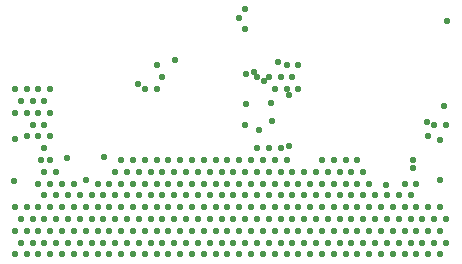
<source format=gbr>
%TF.GenerationSoftware,Altium Limited,Altium Designer,24.7.2 (38)*%
G04 Layer_Color=16711935*
%FSLAX45Y45*%
%MOMM*%
%TF.SameCoordinates,665F1D1F-C803-44D7-9F74-9D0A5895F251*%
%TF.FilePolarity,Negative*%
%TF.FileFunction,Soldermask,Bot*%
%TF.Part,Single*%
G01*
G75*
%TA.AperFunction,ViaPad*%
%ADD35C,0.55320*%
D35*
X10270000Y4757500D02*
D03*
X8645000Y4520000D02*
D03*
X8957500Y4522500D02*
D03*
X11850006Y4800003D02*
D03*
X11800006Y4100002D02*
D03*
X11850006Y4000002D02*
D03*
X11800006Y3900002D02*
D03*
X11850006Y3800002D02*
D03*
X11800006Y3700002D02*
D03*
X11750006Y4800003D02*
D03*
X11700006Y4700003D02*
D03*
Y4100002D02*
D03*
X11750006Y4000002D02*
D03*
X11700006Y3900002D02*
D03*
X11750006Y3800002D02*
D03*
X11700006Y3700002D02*
D03*
X11600006Y4300002D02*
D03*
Y4100002D02*
D03*
X11650006Y4000002D02*
D03*
X11600006Y3900002D02*
D03*
X11650006Y3800002D02*
D03*
X11600006Y3700002D02*
D03*
X11500006Y4300002D02*
D03*
X11550006Y4200002D02*
D03*
X11500006Y4100002D02*
D03*
X11550006Y4000002D02*
D03*
X11500006Y3900002D02*
D03*
X11550006Y3800002D02*
D03*
X11500006Y3700002D02*
D03*
X11450006Y4200002D02*
D03*
X11400006Y4100002D02*
D03*
X11450006Y4000002D02*
D03*
X11400006Y3900002D02*
D03*
X11450006Y3800002D02*
D03*
X11400006Y3700002D02*
D03*
X11350006Y4200002D02*
D03*
X11300006Y4100002D02*
D03*
X11350006Y4000002D02*
D03*
X11300006Y3900002D02*
D03*
X11350006Y3800002D02*
D03*
X11300006Y3700002D02*
D03*
X11200006Y4300002D02*
D03*
X11250006Y4200002D02*
D03*
X11200006Y4100002D02*
D03*
X11250006Y4000002D02*
D03*
X11200006Y3900002D02*
D03*
X11250006Y3800002D02*
D03*
X11200006Y3700002D02*
D03*
X11100006Y4500002D02*
D03*
X11150006Y4400002D02*
D03*
X11100006Y4300002D02*
D03*
X11150006Y4200002D02*
D03*
X11100006Y4100002D02*
D03*
X11150006Y4000002D02*
D03*
X11100006Y3900002D02*
D03*
X11150006Y3800002D02*
D03*
X11100006Y3700002D02*
D03*
X11000006Y4500002D02*
D03*
X11050006Y4400002D02*
D03*
X11000006Y4300002D02*
D03*
X11050006Y4200002D02*
D03*
X11000006Y4100002D02*
D03*
X11050006Y4000002D02*
D03*
X11000006Y3900002D02*
D03*
X11050006Y3800002D02*
D03*
X11000006Y3700002D02*
D03*
X10900006Y4500002D02*
D03*
X10950006Y4400002D02*
D03*
X10900006Y4300002D02*
D03*
X10950006Y4200002D02*
D03*
X10900006Y4100002D02*
D03*
X10950006Y4000002D02*
D03*
X10900006Y3900002D02*
D03*
X10950006Y3800002D02*
D03*
X10900006Y3700002D02*
D03*
X10800006Y4500002D02*
D03*
X10850006Y4400002D02*
D03*
X10800006Y4300002D02*
D03*
X10850006Y4200002D02*
D03*
X10800006Y4100002D02*
D03*
X10850006Y4000002D02*
D03*
X10800006Y3900002D02*
D03*
X10850006Y3800002D02*
D03*
X10800006Y3700002D02*
D03*
X10750006Y4400002D02*
D03*
X10700006Y4300002D02*
D03*
X10750006Y4200002D02*
D03*
X10700006Y4100002D02*
D03*
X10750006Y4000002D02*
D03*
X10700006Y3900002D02*
D03*
X10750006Y3800002D02*
D03*
X10700006Y3700002D02*
D03*
X10600006Y5300003D02*
D03*
Y5100003D02*
D03*
X10650006Y4400002D02*
D03*
X10600006Y4300002D02*
D03*
X10650006Y4200002D02*
D03*
X10600006Y4100002D02*
D03*
X10650006Y4000002D02*
D03*
X10600006Y3900002D02*
D03*
X10650006Y3800002D02*
D03*
X10600006Y3700002D02*
D03*
X10500006Y5300003D02*
D03*
X10550006Y5200003D02*
D03*
X10500006Y5100003D02*
D03*
Y4500002D02*
D03*
X10550006Y4400002D02*
D03*
X10500006Y4300002D02*
D03*
X10550006Y4200002D02*
D03*
X10500006Y4100002D02*
D03*
X10550006Y4000002D02*
D03*
X10500006Y3900002D02*
D03*
X10550006Y3800002D02*
D03*
X10500006Y3700002D02*
D03*
X10450006Y5200003D02*
D03*
X10400006Y5100003D02*
D03*
X10450006Y4600002D02*
D03*
X10400006Y4500002D02*
D03*
X10450006Y4400002D02*
D03*
X10400006Y4300002D02*
D03*
X10450006Y4200002D02*
D03*
X10400006Y4100002D02*
D03*
X10450006Y4000002D02*
D03*
X10400006Y3900002D02*
D03*
X10450006Y3800002D02*
D03*
X10400006Y3700002D02*
D03*
X10350005Y5200003D02*
D03*
Y4600002D02*
D03*
X10300006Y4500002D02*
D03*
X10350005Y4400002D02*
D03*
X10300006Y4300002D02*
D03*
X10350005Y4200002D02*
D03*
X10300006Y4100002D02*
D03*
X10350005Y4000002D02*
D03*
X10300006Y3900002D02*
D03*
X10350005Y3800002D02*
D03*
X10300006Y3700002D02*
D03*
X10250005Y5200003D02*
D03*
Y4600002D02*
D03*
X10200006Y4500002D02*
D03*
X10250005Y4400002D02*
D03*
X10200006Y4300002D02*
D03*
X10250005Y4200002D02*
D03*
X10200006Y4100002D02*
D03*
X10250005Y4000002D02*
D03*
X10200006Y3900002D02*
D03*
X10250005Y3800002D02*
D03*
X10200006Y3700002D02*
D03*
X10100005Y5700003D02*
D03*
X10150005Y4800003D02*
D03*
X10100005Y4500002D02*
D03*
X10150005Y4400002D02*
D03*
X10100005Y4300002D02*
D03*
X10150005Y4200002D02*
D03*
X10100005Y4100002D02*
D03*
X10150005Y4000002D02*
D03*
X10100005Y3900002D02*
D03*
X10150005Y3800002D02*
D03*
X10100005Y3700002D02*
D03*
X10000005Y4500002D02*
D03*
X10050005Y4400002D02*
D03*
X10000005Y4300002D02*
D03*
X10050005Y4200002D02*
D03*
X10000005Y4100002D02*
D03*
X10050005Y4000002D02*
D03*
X10000005Y3900002D02*
D03*
X10050005Y3800002D02*
D03*
X10000005Y3700002D02*
D03*
X9900005Y4500002D02*
D03*
X9950005Y4400002D02*
D03*
X9900005Y4300002D02*
D03*
X9950005Y4200002D02*
D03*
X9900005Y4100002D02*
D03*
X9950005Y4000002D02*
D03*
X9900005Y3900002D02*
D03*
X9950005Y3800002D02*
D03*
X9900005Y3700002D02*
D03*
X9800005Y4500002D02*
D03*
X9850005Y4400002D02*
D03*
X9800005Y4300002D02*
D03*
X9850005Y4200002D02*
D03*
X9800005Y4100002D02*
D03*
X9850005Y4000002D02*
D03*
X9800005Y3900002D02*
D03*
X9850005Y3800002D02*
D03*
X9800005Y3700002D02*
D03*
X9700005Y4500002D02*
D03*
X9750005Y4400002D02*
D03*
X9700005Y4300002D02*
D03*
X9750005Y4200002D02*
D03*
X9700005Y4100002D02*
D03*
X9750005Y4000002D02*
D03*
X9700005Y3900002D02*
D03*
X9750005Y3800002D02*
D03*
X9700005Y3700002D02*
D03*
X9600005Y4500002D02*
D03*
X9650005Y4400002D02*
D03*
X9600005Y4300002D02*
D03*
X9650005Y4200002D02*
D03*
X9600005Y4100002D02*
D03*
X9650005Y4000002D02*
D03*
X9600005Y3900002D02*
D03*
X9650005Y3800002D02*
D03*
X9600005Y3700002D02*
D03*
X9500005Y4500002D02*
D03*
X9550005Y4400002D02*
D03*
X9500005Y4300002D02*
D03*
X9550005Y4200002D02*
D03*
X9500005Y4100002D02*
D03*
X9550005Y4000002D02*
D03*
X9500005Y3900002D02*
D03*
X9550005Y3800002D02*
D03*
X9500005Y3700002D02*
D03*
X9400005Y5300003D02*
D03*
X9450005Y5200003D02*
D03*
X9400005Y5100003D02*
D03*
Y4500002D02*
D03*
X9450005Y4400002D02*
D03*
X9400005Y4300002D02*
D03*
X9450005Y4200002D02*
D03*
X9400005Y4100002D02*
D03*
X9450005Y4000002D02*
D03*
X9400005Y3900002D02*
D03*
X9450005Y3800002D02*
D03*
X9400005Y3700002D02*
D03*
X9300005Y5100003D02*
D03*
Y4500002D02*
D03*
X9350005Y4400002D02*
D03*
X9300005Y4300002D02*
D03*
X9350005Y4200002D02*
D03*
X9300005Y4100002D02*
D03*
X9350005Y4000002D02*
D03*
X9300005Y3900002D02*
D03*
X9350005Y3800002D02*
D03*
X9300005Y3700002D02*
D03*
X9200005Y4500002D02*
D03*
X9250005Y4400002D02*
D03*
X9200005Y4300002D02*
D03*
X9250005Y4200002D02*
D03*
X9200005Y4100002D02*
D03*
X9250005Y4000002D02*
D03*
X9200005Y3900002D02*
D03*
X9250005Y3800002D02*
D03*
X9200005Y3700002D02*
D03*
X9100005Y4500002D02*
D03*
X9150005Y4400002D02*
D03*
X9100005Y4300002D02*
D03*
X9150005Y4200002D02*
D03*
X9100005Y4100002D02*
D03*
X9150005Y4000002D02*
D03*
X9100005Y3900002D02*
D03*
X9150005Y3800002D02*
D03*
X9100005Y3700002D02*
D03*
X9050005Y4400002D02*
D03*
X9000005Y4300002D02*
D03*
X9050005Y4200002D02*
D03*
X9000005Y4100002D02*
D03*
X9050005Y4000002D02*
D03*
X9000005Y3900002D02*
D03*
X9050005Y3800002D02*
D03*
X9000005Y3700002D02*
D03*
X8900005Y4300002D02*
D03*
X8950005Y4200002D02*
D03*
X8900005Y4100002D02*
D03*
X8950005Y4000002D02*
D03*
X8900005Y3900002D02*
D03*
X8950005Y3800002D02*
D03*
X8900005Y3700002D02*
D03*
X8850005Y4200002D02*
D03*
X8800005Y4100002D02*
D03*
X8850005Y4000002D02*
D03*
X8800005Y3900002D02*
D03*
X8850005Y3800002D02*
D03*
X8800005Y3700002D02*
D03*
X8700005Y4300002D02*
D03*
X8750005Y4200002D02*
D03*
X8700005Y4100002D02*
D03*
X8750005Y4000002D02*
D03*
X8700005Y3900002D02*
D03*
X8750005Y3800002D02*
D03*
X8700005Y3700002D02*
D03*
X8600005Y4300002D02*
D03*
X8650005Y4200002D02*
D03*
X8600005Y4100002D02*
D03*
X8650005Y4000002D02*
D03*
X8600005Y3900002D02*
D03*
X8650005Y3800002D02*
D03*
X8600005Y3700002D02*
D03*
X8500005Y5100003D02*
D03*
Y4900003D02*
D03*
Y4700003D02*
D03*
Y4500002D02*
D03*
X8550004Y4400002D02*
D03*
X8500005Y4300002D02*
D03*
X8550004Y4200002D02*
D03*
X8500005Y4100002D02*
D03*
X8550004Y4000002D02*
D03*
X8500005Y3900002D02*
D03*
X8550004Y3800002D02*
D03*
X8500005Y3700002D02*
D03*
X8400005Y5100003D02*
D03*
X8450004Y5000003D02*
D03*
X8400005Y4900003D02*
D03*
X8450004Y4800003D02*
D03*
X8400005Y4700003D02*
D03*
X8450004Y4600002D02*
D03*
Y4400002D02*
D03*
X8400005Y4300002D02*
D03*
X8450004Y4200002D02*
D03*
X8400005Y4100002D02*
D03*
X8450004Y4000002D02*
D03*
X8400005Y3900002D02*
D03*
X8450004Y3800002D02*
D03*
X8400005Y3700002D02*
D03*
X8300004Y5100003D02*
D03*
X8350004Y5000003D02*
D03*
X8300004Y4900003D02*
D03*
X8350004Y4800003D02*
D03*
X8300004Y4700003D02*
D03*
Y4100002D02*
D03*
X8350004Y4000002D02*
D03*
X8300004Y3900002D02*
D03*
X8350004Y3800002D02*
D03*
X8300004Y3700002D02*
D03*
X8200004Y5100003D02*
D03*
X8250004Y5000003D02*
D03*
X8200004Y4900003D02*
D03*
Y4100002D02*
D03*
X8250004Y4000002D02*
D03*
X8200004Y3900002D02*
D03*
X8250004Y3800002D02*
D03*
X8200004Y3700002D02*
D03*
X10157500Y5230000D02*
D03*
X11862500Y5677500D02*
D03*
X9557500Y5342500D02*
D03*
X9240000Y5145000D02*
D03*
X10145000Y5612500D02*
D03*
X8200000Y4675000D02*
D03*
X8422500Y4502500D02*
D03*
X8195000Y4322500D02*
D03*
X8802500Y4332500D02*
D03*
X10150000Y5775000D02*
D03*
X10427500Y5327500D02*
D03*
X10227500Y5242500D02*
D03*
X10307500Y5167500D02*
D03*
X10157500Y4977500D02*
D03*
X10520000Y5050000D02*
D03*
X10372500Y4980000D02*
D03*
X10375000Y4827500D02*
D03*
X10522500Y4617500D02*
D03*
X11345000Y4287500D02*
D03*
X11800000Y4327500D02*
D03*
X11575000Y4432500D02*
D03*
Y4502500D02*
D03*
X11800000Y4672500D02*
D03*
X11835000Y4955000D02*
D03*
X11687500Y4825000D02*
D03*
%TF.MD5,32213580248fc0fe675c23234aaf6901*%
M02*

</source>
